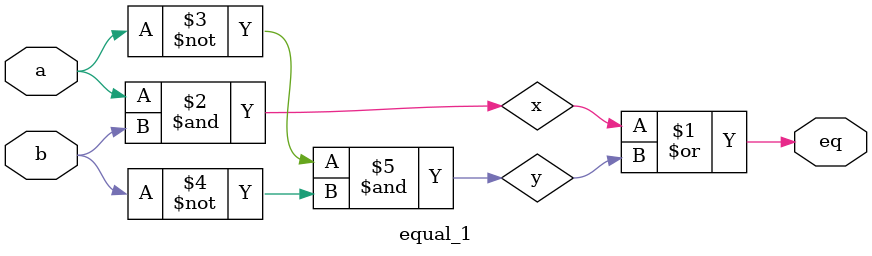
<source format=v>
`timescale 1ns / 1ps


module equal_1(
    input wire a, b,
    output wire eq
    );
    
    wire x, y;
    
    assign eq = x | y;
    
    assign x = a & b;
    assign y = ~a & ~b; 
        
endmodule

</source>
